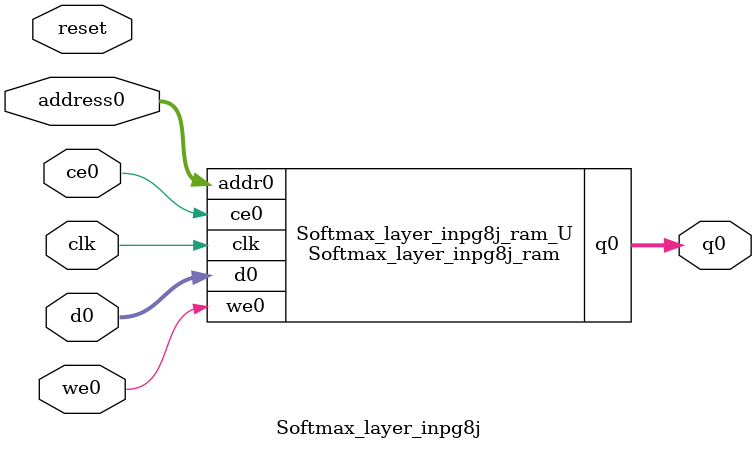
<source format=v>
`timescale 1 ns / 1 ps
module Softmax_layer_inpg8j_ram (addr0, ce0, d0, we0, q0,  clk);

parameter DWIDTH = 32;
parameter AWIDTH = 4;
parameter MEM_SIZE = 12;

input[AWIDTH-1:0] addr0;
input ce0;
input[DWIDTH-1:0] d0;
input we0;
output reg[DWIDTH-1:0] q0;
input clk;

(* ram_style = "distributed" *)reg [DWIDTH-1:0] ram[0:MEM_SIZE-1];




always @(posedge clk)  
begin 
    if (ce0) begin
        if (we0) 
            ram[addr0] <= d0; 
        q0 <= ram[addr0];
    end
end


endmodule

`timescale 1 ns / 1 ps
module Softmax_layer_inpg8j(
    reset,
    clk,
    address0,
    ce0,
    we0,
    d0,
    q0);

parameter DataWidth = 32'd32;
parameter AddressRange = 32'd12;
parameter AddressWidth = 32'd4;
input reset;
input clk;
input[AddressWidth - 1:0] address0;
input ce0;
input we0;
input[DataWidth - 1:0] d0;
output[DataWidth - 1:0] q0;



Softmax_layer_inpg8j_ram Softmax_layer_inpg8j_ram_U(
    .clk( clk ),
    .addr0( address0 ),
    .ce0( ce0 ),
    .we0( we0 ),
    .d0( d0 ),
    .q0( q0 ));

endmodule


</source>
